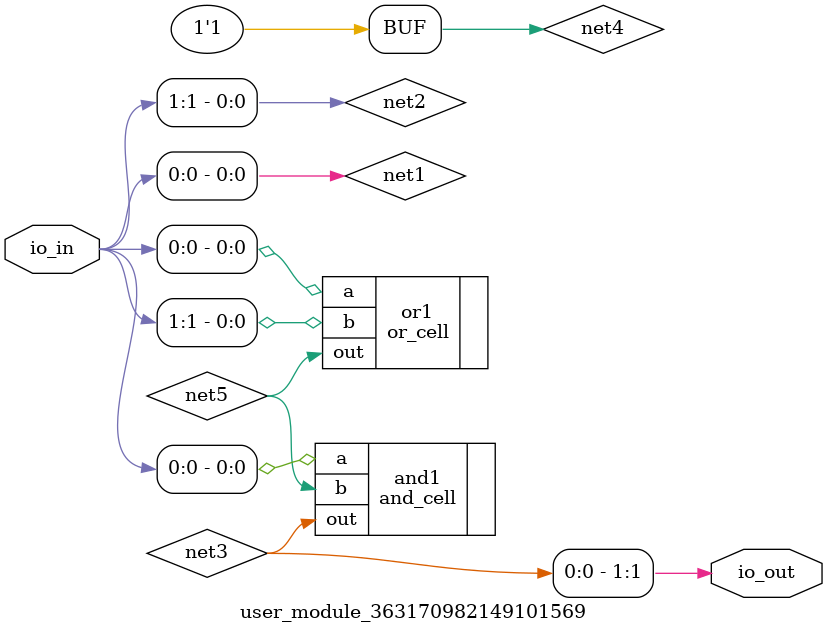
<source format=v>
/* Automatically generated from https://wokwi.com/projects/363170982149101569 */

`default_nettype none

module user_module_363170982149101569(
  input [7:0] io_in,
  output [7:0] io_out
);
  wire net1 = io_in[0];
  wire net2 = io_in[1];
  wire net3;
  wire net4 = 1'b1;
  wire net5;

  assign io_out[1] = net3;

  and_cell and1 (
    .a (net1),
    .b (net5),
    .out (net3)
  );
  or_cell or1 (
    .a (net1),
    .b (net2),
    .out (net5)
  );
endmodule

</source>
